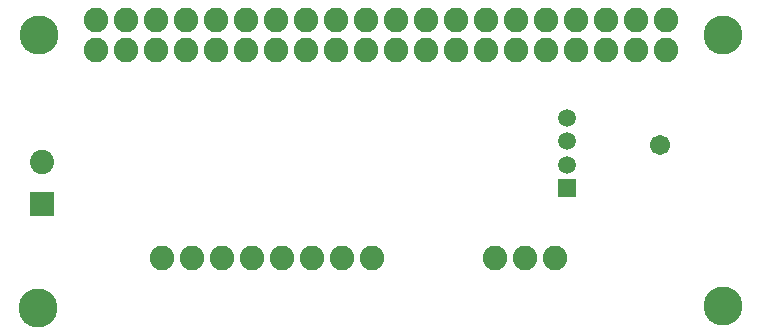
<source format=gbr>
G04 EAGLE Gerber RS-274X export*
G75*
%MOMM*%
%FSLAX34Y34*%
%LPD*%
%INSoldermask Bottom*%
%IPPOS*%
%AMOC8*
5,1,8,0,0,1.08239X$1,22.5*%
G01*
%ADD10C,3.302000*%
%ADD11C,2.082800*%
%ADD12R,1.511200X1.511200*%
%ADD13C,1.511200*%
%ADD14R,2.053200X2.053200*%
%ADD15C,2.053200*%
%ADD16C,1.703200*%


D10*
X543560Y608330D03*
X542290Y377190D03*
X1122680Y608330D03*
X1122680Y378460D03*
D11*
X591566Y594868D03*
X616966Y594868D03*
X642366Y594868D03*
X667766Y594868D03*
X693166Y594868D03*
X718566Y594868D03*
X743966Y594868D03*
X769366Y594868D03*
X794766Y594868D03*
X820166Y594868D03*
X845566Y594868D03*
X870966Y594868D03*
X896366Y594868D03*
X896366Y620268D03*
X870966Y620268D03*
X845566Y620268D03*
X820166Y620268D03*
X794766Y620268D03*
X769366Y620268D03*
X743966Y620268D03*
X718566Y620268D03*
X693166Y620268D03*
X667766Y620268D03*
X642366Y620268D03*
X616966Y620268D03*
X591566Y620268D03*
X921766Y594868D03*
X921766Y620268D03*
X947166Y594868D03*
X947166Y620268D03*
X972566Y594868D03*
X972566Y620268D03*
X997966Y594868D03*
X997966Y620268D03*
X1023366Y594868D03*
X1023366Y620268D03*
X1048766Y594868D03*
X1048766Y620268D03*
X1074166Y594868D03*
X1074166Y620268D03*
D12*
X990600Y478000D03*
D13*
X990600Y498000D03*
X990600Y518000D03*
X990600Y538000D03*
D14*
X546100Y465100D03*
D15*
X546100Y500100D03*
D11*
X647700Y419100D03*
X673100Y419100D03*
X698500Y419100D03*
X723900Y419100D03*
X749300Y419100D03*
X774700Y419100D03*
X800100Y419100D03*
X825500Y419100D03*
X929640Y419100D03*
X955040Y419100D03*
X980440Y419100D03*
D16*
X1069467Y514731D03*
M02*

</source>
